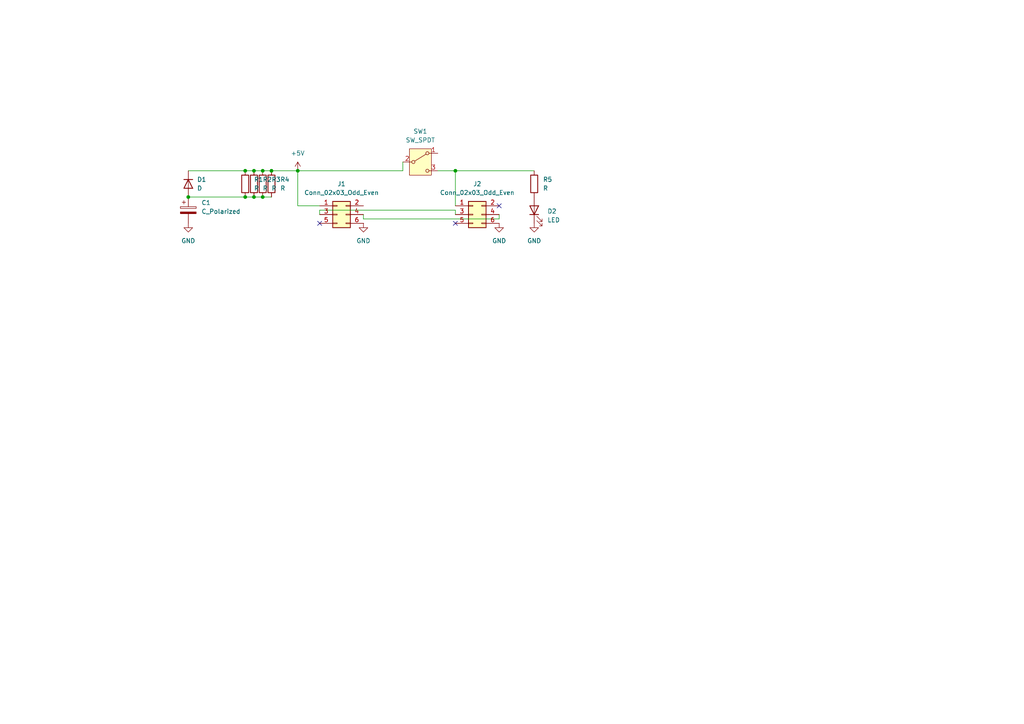
<source format=kicad_sch>
(kicad_sch (version 20231120) (generator "eeschema") (generator_version "8.0")
  (paper "A4")
  (lib_symbols
    (symbol "Connector_Generic:Conn_02x03_Odd_Even" (pin_names (offset 1.016) hide)
      (property "Reference" "J" (at 1.27 5.08 0))
      (property "Value" "Conn_02x03_Odd_Even" (at 1.27 -5.08 0))
      (symbol "Conn_02x03_Odd_Even_1_1"
        (rectangle (start -1.27 -2.413) (end 0 -2.667) (stroke (width 0.1524)))
        (rectangle (start -1.27 0.127) (end 0 -0.127) (stroke (width 0.1524)))
        (rectangle (start -1.27 2.667) (end 0 2.413) (stroke (width 0.1524)))
        (rectangle (start -1.27 3.81) (end 3.81 -3.81) (stroke (width 0.254)) (fill (type background)))
        (rectangle (start 3.81 -2.413) (end 2.54 -2.667) (stroke (width 0.1524)))
        (rectangle (start 3.81 0.127) (end 2.54 -0.127) (stroke (width 0.1524)))
        (rectangle (start 3.81 2.667) (end 2.54 2.413) (stroke (width 0.1524)))
        (pin passive line (at -5.08 2.54 0) (length 3.81) (name "Pin_1") (number "1"))
        (pin passive line (at 7.62 2.54 180) (length 3.81) (name "Pin_2") (number "2"))
        (pin passive line (at -5.08 0 0) (length 3.81) (name "Pin_3") (number "3"))
        (pin passive line (at 7.62 0 180) (length 3.81) (name "Pin_4") (number "4"))
        (pin passive line (at -5.08 -2.54 0) (length 3.81) (name "Pin_5") (number "5"))
        (pin passive line (at 7.62 -2.54 180) (length 3.81) (name "Pin_6") (number "6"))
      )
    )
    (symbol "Device:C_Polarized" (pin_numbers hide) (pin_names (offset 0.254))
      (property "Reference" "C" (at 0.635 2.54 0))
      (property "Value" "C_Polarized" (at 0.635 -2.54 0))
      (symbol "C_Polarized_0_1"
        (rectangle (start -2.286 0.508) (end 2.286 1.016))
        (polyline (pts (xy -1.778 2.286) (xy -0.762 2.286)))
        (polyline (pts (xy -1.27 2.794) (xy -1.27 1.778)))
        (rectangle (start 2.286 -0.508) (end -2.286 -1.016) (fill (type outline)))
      )
      (symbol "C_Polarized_1_1"
        (pin passive line (at 0 3.81 270) (length 2.794) (name "~") (number "1"))
        (pin passive line (at 0 -3.81 90) (length 2.794) (name "~") (number "2"))
      )
    )
    (symbol "Device:D" (pin_numbers hide) (pin_names (offset 1.016) hide)
      (property "Reference" "D" (at 0 2.54 0))
      (property "Value" "D" (at 0 -2.54 0))
      (symbol "D_0_1"
        (polyline (pts (xy -1.27 1.27) (xy -1.27 -1.27)) (stroke (width 0.254)))
        (polyline (pts (xy 1.27 0) (xy -1.27 0)))
        (polyline (pts (xy 1.27 1.27) (xy 1.27 -1.27) (xy -1.27 0) (xy 1.27 1.27)) (stroke (width 0.254)))
      )
      (symbol "D_1_1"
        (pin passive line (at -3.81 0 0) (length 2.54) (name "K") (number "1"))
        (pin passive line (at 3.81 0 180) (length 2.54) (name "A") (number "2"))
      )
    )
    (symbol "Device:LED" (pin_numbers hide) (pin_names (offset 1.016) hide)
      (property "Reference" "D" (at 0 2.54 0))
      (property "Value" "LED" (at 0 -2.54 0))
      (symbol "LED_0_1"
        (polyline (pts (xy -1.27 -1.27) (xy -1.27 1.27)) (stroke (width 0.254)))
        (polyline (pts (xy -1.27 0) (xy 1.27 0)))
        (polyline (pts (xy 1.27 -1.27) (xy 1.27 1.27) (xy -1.27 0) (xy 1.27 -1.27)) (stroke (width 0.254)))
        (polyline (pts (xy -3.048 -0.762) (xy -4.572 -2.286) (xy -3.81 -2.286) (xy -4.572 -2.286) (xy -4.572 -1.524)))
        (polyline (pts (xy -1.778 -0.762) (xy -3.302 -2.286) (xy -2.54 -2.286) (xy -3.302 -2.286) (xy -3.302 -1.524)))
      )
      (symbol "LED_1_1"
        (pin passive line (at -3.81 0 0) (length 2.54) (name "K") (number "1"))
        (pin passive line (at 3.81 0 180) (length 2.54) (name "A") (number "2"))
      )
    )
    (symbol "Device:R" (pin_numbers hide) (pin_names (offset 0))
      (property "Reference" "R" (at 2.032 0 90))
      (property "Value" "R" (at 0 0 90))
      (symbol "R_0_1"
        (rectangle (start -1.016 -2.54) (end 1.016 2.54) (stroke (width 0.254)))
      )
      (symbol "R_1_1"
        (pin passive line (at 0 3.81 270) (length 1.27) (name "~") (number "1"))
        (pin passive line (at 0 -3.81 90) (length 1.27) (name "~") (number "2"))
      )
    )
    (symbol "Switch:SW_SPDT" (pin_names (offset 0) hide)
      (property "Reference" "SW" (at 0 5.08 0))
      (property "Value" "SW_SPDT" (at 0 -5.08 0))
      (symbol "SW_SPDT_0_1"
        (circle (center -2.032 0) (radius 0.4572))
        (polyline (pts (xy -1.651 0.254) (xy 1.651 2.286)))
        (circle (center 2.032 -2.54) (radius 0.4572))
        (circle (center 2.032 2.54) (radius 0.4572))
      )
      (symbol "SW_SPDT_1_1"
        (rectangle (start -3.175 3.81) (end 3.175 -3.81) (fill (type background)))
        (pin passive line (at 5.08 2.54 180) (length 2.54) (name "A") (number "1"))
        (pin passive line (at -5.08 0 0) (length 2.54) (name "B") (number "2"))
        (pin passive line (at 5.08 -2.54 180) (length 2.54) (name "C") (number "3"))
      )
    )
    (symbol "power:+5V" (power) (pin_numbers hide) (pin_names (offset 0) hide)
      (property "Value" "+5V" (at 0 3.556 0))
      (symbol "+5V_0_1"
        (polyline (pts (xy -0.762 1.27) (xy 0 2.54)))
        (polyline (pts (xy 0 0) (xy 0 2.54)))
        (polyline (pts (xy 0 2.54) (xy 0.762 1.27)))
      )
      (symbol "+5V_1_1"
        (pin power_in line (at 0 0 90) (length 0) (name "~") (number "1"))
      )
    )
    (symbol "power:GND" (power) (pin_numbers hide) (pin_names (offset 0) hide)
      (property "Value" "GND" (at 0 -3.81 0))
      (symbol "GND_0_1"
        (polyline (pts (xy 0 0) (xy 0 -1.27) (xy 1.27 -1.27) (xy 0 -2.54) (xy -1.27 -1.27) (xy 0 -1.27)))
      )
      (symbol "GND_1_1"
        (pin power_in line (at 0 0 270) (length 0) (name "~") (number "1"))
      )
    )
  )
  (junction (at 54.61 57.15))
  (junction (at 71.12 57.15))
  (junction (at 78.74 49.53))
  (junction (at 76.2 49.53))
  (junction (at 76.2 57.15))
  (junction (at 73.66 49.53))
  (junction (at 86.36 49.53))
  (junction (at 73.66 57.15))
  (junction (at 71.12 49.53))
  (junction (at 132.08 49.53))
  (no_connect (at 92.71 64.77))
  (no_connect (at 144.78 59.69))
  (no_connect (at 132.08 64.77))
  (wire (pts (xy 76.2 57.15) (xy 78.74 57.15)))
  (wire (pts (xy 71.12 49.53) (xy 73.66 49.53)))
  (wire (pts (xy 92.71 62.23) (xy 92.71 60.96)))
  (wire (pts (xy 76.2 49.53) (xy 78.74 49.53)))
  (wire (pts (xy 116.84 46.99) (xy 116.84 49.53)))
  (wire (pts (xy 73.66 49.53) (xy 76.2 49.53)))
  (wire (pts (xy 54.61 49.53) (xy 71.12 49.53)))
  (wire (pts (xy 54.61 57.15) (xy 71.12 57.15)))
  (wire (pts (xy 92.71 60.96) (xy 132.08 60.96)))
  (wire (pts (xy 127 49.53) (xy 132.08 49.53)))
  (wire (pts (xy 71.12 57.15) (xy 73.66 57.15)))
  (wire (pts (xy 105.41 62.23) (xy 105.41 63.5)))
  (wire (pts (xy 78.74 49.53) (xy 86.36 49.53)))
  (wire (pts (xy 132.08 49.53) (xy 132.08 59.69)))
  (wire (pts (xy 86.36 59.69) (xy 92.71 59.69)))
  (wire (pts (xy 132.08 49.53) (xy 154.94 49.53)))
  (wire (pts (xy 105.41 63.5) (xy 144.78 63.5)))
  (wire (pts (xy 86.36 49.53) (xy 116.84 49.53)))
  (wire (pts (xy 132.08 60.96) (xy 132.08 62.23)))
  (wire (pts (xy 144.78 63.5) (xy 144.78 62.23)))
  (wire (pts (xy 73.66 57.15) (xy 76.2 57.15)))
  (wire (pts (xy 86.36 49.53) (xy 86.36 59.69)))
  (symbol (lib_id "Device:R") (at 71.12 53.34 0) (unit 1)
    (property "Reference" "R1" (at 73.66 52.0699 0) (effects (justify left)))
    (property "Value" "R" (at 73.66 54.6099 0) (effects (justify left)))
    (property "Footprint" "Resistor_SMD:R_0603_1608Metric_Pad0.98x0.95mm_HandSolder" (effects (hide yes)))
    (property "Description" "Resistor" (effects (hide yes)))
  )
  (symbol (lib_id "Switch:SW_SPDT") (at 121.92 46.99 0) (unit 1)
    (property "Reference" "SW1" (at 121.92 38.1 0))
    (property "Value" "SW_SPDT" (at 121.92 40.64 0))
    (property "Footprint" "Robocon_Switch:SS-12SDP2" (effects (hide yes)))
    (property "Description" "Switch, single pole double throw" (effects (hide yes)))
  )
  (symbol (lib_id "power:+5V") (at 86.36 49.53 0) (unit 1)
    (property "Reference" "#PWR02" (effects (hide yes)))
    (property "Value" "+5V" (at 86.36 44.45 0))
    (property "Description" "Power symbol creates a global label with name \"+5V\"" (effects (hide yes)))
  )
  (symbol (lib_id "Device:C_Polarized") (at 54.61 60.96 0) (unit 1)
    (property "Reference" "C1" (at 58.42 58.8009 0) (effects (justify left)))
    (property "Value" "C_Polarized" (at 58.42 61.3409 0) (effects (justify left)))
    (property "Footprint" "Robocon_Capacitor:C_Polarized_20.5_5" (effects (hide yes)))
    (property "Description" "Polarized capacitor" (effects (hide yes)))
  )
  (symbol (lib_id "Device:R") (at 73.66 53.34 0) (unit 1)
    (property "Reference" "R2" (at 76.2 52.0699 0) (effects (justify left)))
    (property "Value" "R" (at 76.2 54.6099 0) (effects (justify left)))
    (property "Footprint" "Resistor_SMD:R_0603_1608Metric_Pad0.98x0.95mm_HandSolder" (effects (hide yes)))
    (property "Description" "Resistor" (effects (hide yes)))
  )
  (symbol (lib_id "Device:R") (at 76.2 53.34 0) (unit 1)
    (property "Reference" "R3" (at 78.74 52.0699 0) (effects (justify left)))
    (property "Value" "R" (at 78.74 54.6099 0) (effects (justify left)))
    (property "Footprint" "Resistor_SMD:R_0603_1608Metric_Pad0.98x0.95mm_HandSolder" (effects (hide yes)))
    (property "Description" "Resistor" (effects (hide yes)))
  )
  (symbol (lib_id "power:GND") (at 105.41 64.77 0) (unit 1)
    (property "Reference" "#PWR03" (effects (hide yes)))
    (property "Value" "GND" (at 105.41 69.85 0))
    (property "Description" "Power symbol creates a global label with name \"GND\" , ground" (effects (hide yes)))
  )
  (symbol (lib_id "Device:D") (at 54.61 53.34 270) (unit 1)
    (property "Reference" "D1" (at 57.15 52.0699 90) (effects (justify left)))
    (property "Value" "D" (at 57.15 54.6099 90) (effects (justify left)))
    (property "Footprint" "Diode_SMD:D_SOD-123" (effects (hide yes)))
    (property "Description" "Diode" (effects (hide yes)))
    (property "Sim.Device" "D" (effects (hide yes)))
    (property "Sim.Pins" "1=K 2=A" (effects (hide yes)))
  )
  (symbol (lib_id "Connector_Generic:Conn_02x03_Odd_Even") (at 97.79 62.23 0) (unit 1)
    (property "Reference" "J1" (at 99.06 53.34 0))
    (property "Value" "Conn_02x03_Odd_Even" (at 99.06 55.88 0))
    (property "Footprint" "Connector_IDC:IDC-Header_2x03_P2.54mm_Horizontal" (effects (hide yes)))
    (property "Description" "Generic connector, double row, 02x03, odd/even pin numbering scheme (row 1 odd numbers, row 2 even numbers), script generated (kicad-library-utils/schlib/autogen/connector/)" (effects (hide yes)))
  )
  (symbol (lib_id "Device:R") (at 78.74 53.34 0) (unit 1)
    (property "Reference" "R4" (at 81.28 52.0699 0) (effects (justify left)))
    (property "Value" "R" (at 81.28 54.6099 0) (effects (justify left)))
    (property "Footprint" "Resistor_SMD:R_0603_1608Metric_Pad0.98x0.95mm_HandSolder" (effects (hide yes)))
    (property "Description" "Resistor" (effects (hide yes)))
  )
  (symbol (lib_id "Connector_Generic:Conn_02x03_Odd_Even") (at 137.16 62.23 0) (unit 1)
    (property "Reference" "J2" (at 138.43 53.34 0))
    (property "Value" "Conn_02x03_Odd_Even" (at 138.43 55.88 0))
    (property "Footprint" "Connector_IDC:IDC-Header_2x03_P2.54mm_Horizontal" (effects (hide yes)))
    (property "Description" "Generic connector, double row, 02x03, odd/even pin numbering scheme (row 1 odd numbers, row 2 even numbers), script generated (kicad-library-utils/schlib/autogen/connector/)" (effects (hide yes)))
  )
  (symbol (lib_id "power:GND") (at 54.61 64.77 0) (unit 1)
    (property "Reference" "#PWR01" (effects (hide yes)))
    (property "Value" "GND" (at 54.61 69.85 0))
    (property "Description" "Power symbol creates a global label with name \"GND\" , ground" (effects (hide yes)))
  )
  (symbol (lib_id "power:GND") (at 154.94 64.77 0) (unit 1)
    (property "Reference" "#PWR05" (effects (hide yes)))
    (property "Value" "GND" (at 154.94 69.85 0))
    (property "Description" "Power symbol creates a global label with name \"GND\" , ground" (effects (hide yes)))
  )
  (symbol (lib_id "Device:R") (at 154.94 53.34 0) (unit 1)
    (property "Reference" "R5" (at 157.48 52.0699 0) (effects (justify left)))
    (property "Value" "R" (at 157.48 54.6099 0) (effects (justify left)))
    (property "Footprint" "Resistor_SMD:R_0603_1608Metric_Pad0.98x0.95mm_HandSolder" (effects (hide yes)))
    (property "Description" "Resistor" (effects (hide yes)))
  )
  (symbol (lib_id "Device:LED") (at 154.94 60.96 90) (unit 1)
    (property "Reference" "D2" (at 158.75 61.2774 90) (effects (justify right)))
    (property "Value" "LED" (at 158.75 63.8174 90) (effects (justify right)))
    (property "Footprint" "LED_SMD:LED_0603_1608Metric_Pad1.05x0.95mm_HandSolder" (effects (hide yes)))
    (property "Description" "Light emitting diode" (effects (hide yes)))
  )
  (symbol (lib_id "power:GND") (at 144.78 64.77 0) (unit 1)
    (property "Reference" "#PWR04" (effects (hide yes)))
    (property "Value" "GND" (at 144.78 69.85 0))
    (property "Description" "Power symbol creates a global label with name \"GND\" , ground" (effects (hide yes)))
  )
)
</source>
